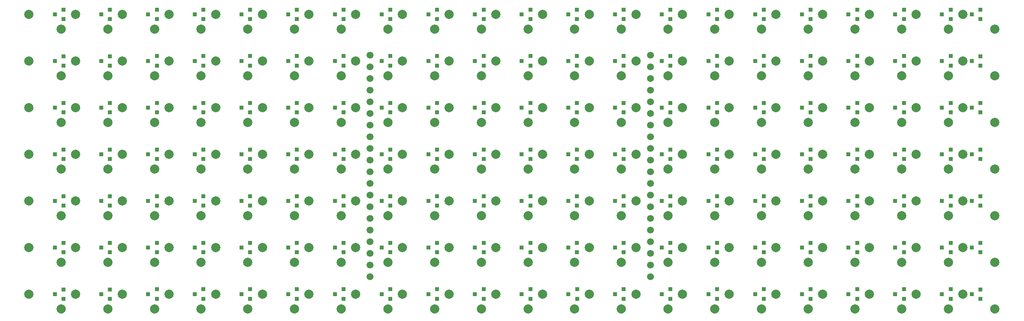
<source format=gts>
G04 #@! TF.GenerationSoftware,KiCad,Pcbnew,8.0.6-8.0.6-0~ubuntu24.04.1*
G04 #@! TF.CreationDate,2024-11-10T23:39:51-05:00*
G04 #@! TF.ProjectId,array,61727261-792e-46b6-9963-61645f706362,rev?*
G04 #@! TF.SameCoordinates,Original*
G04 #@! TF.FileFunction,Soldermask,Top*
G04 #@! TF.FilePolarity,Negative*
%FSLAX46Y46*%
G04 Gerber Fmt 4.6, Leading zero omitted, Abs format (unit mm)*
G04 Created by KiCad (PCBNEW 8.0.6-8.0.6-0~ubuntu24.04.1) date 2024-11-10 23:39:51*
%MOMM*%
%LPD*%
G01*
G04 APERTURE LIST*
%ADD10R,0.889000X0.812800*%
%ADD11C,1.500000*%
%ADD12C,2.000000*%
G04 APERTURE END LIST*
D10*
X168082499Y-92499999D03*
X168082499Y-90450001D03*
X166192500Y-91475000D03*
D11*
X123122500Y-107970000D03*
X123122500Y-105430000D03*
X123122500Y-102890000D03*
X123122500Y-100350000D03*
X123122500Y-97810000D03*
X123122500Y-95270000D03*
X123122500Y-92730000D03*
X123122500Y-90190000D03*
X123122500Y-87650000D03*
X123122500Y-85110000D03*
X123122500Y-82570000D03*
X123122500Y-80030000D03*
X123122500Y-77490000D03*
X123122500Y-74950000D03*
X123122500Y-72410000D03*
X123122500Y-69870000D03*
X123122500Y-67330000D03*
X123122500Y-64790000D03*
X123122500Y-62250000D03*
X123122500Y-59710000D03*
D10*
X208682499Y-61999999D03*
X208682499Y-59950001D03*
X206792500Y-60975000D03*
X107184999Y-82349999D03*
X107184999Y-80300001D03*
X105295000Y-81325000D03*
X168084999Y-112799999D03*
X168084999Y-110750001D03*
X166195000Y-111775000D03*
X208682499Y-92499999D03*
X208682499Y-90450001D03*
X206792500Y-91475000D03*
X56442499Y-82359999D03*
X56442499Y-80310001D03*
X54552500Y-81335000D03*
X56442499Y-92509999D03*
X56442499Y-90460001D03*
X54552500Y-91485000D03*
D12*
X69227500Y-50825000D03*
X69227500Y-60985000D03*
X69227500Y-71145000D03*
X69227500Y-81305000D03*
X69227500Y-91465000D03*
X69227500Y-101625000D03*
X69227500Y-111785000D03*
X76227500Y-54025000D03*
X76227500Y-64185000D03*
X76227500Y-74345000D03*
X76227500Y-84505000D03*
X76227500Y-94665000D03*
X76227500Y-104825000D03*
X76227500Y-114985000D03*
D10*
X117334999Y-72199999D03*
X117334999Y-70150001D03*
X115445000Y-71175000D03*
X255757499Y-102659999D03*
X255757499Y-100610001D03*
X253867500Y-101635000D03*
X239132499Y-51849999D03*
X239132499Y-49800001D03*
X237242500Y-50825000D03*
X218834999Y-112799999D03*
X218834999Y-110750001D03*
X216945000Y-111775000D03*
X56442499Y-62009999D03*
X56442499Y-59960001D03*
X54552500Y-60985000D03*
X137634999Y-92499999D03*
X137634999Y-90450001D03*
X135745000Y-91475000D03*
X76737499Y-112799999D03*
X76737499Y-110750001D03*
X74847500Y-111775000D03*
X239134999Y-112799999D03*
X239134999Y-110750001D03*
X237245000Y-111775000D03*
X255759999Y-82359999D03*
X255759999Y-80310001D03*
X253870000Y-81335000D03*
X97032499Y-102649999D03*
X97032499Y-100600001D03*
X95142500Y-101625000D03*
X147784999Y-82349999D03*
X147784999Y-80300001D03*
X145895000Y-81325000D03*
X56439999Y-102659999D03*
X56439999Y-100610001D03*
X54550000Y-101635000D03*
X86884999Y-82349999D03*
X86884999Y-80300001D03*
X84995000Y-81325000D03*
X198529999Y-102649999D03*
X198529999Y-100600001D03*
X196640000Y-101625000D03*
X208682499Y-82349999D03*
X208682499Y-80300001D03*
X206792500Y-81325000D03*
D12*
X119977500Y-50825000D03*
X119977500Y-60985000D03*
X119977500Y-71145000D03*
X119977500Y-81305000D03*
X119977500Y-91465000D03*
X119977500Y-101625000D03*
X119977500Y-111785000D03*
X126977500Y-54025000D03*
X126977500Y-64185000D03*
X126977500Y-74345000D03*
X126977500Y-84505000D03*
X126977500Y-94665000D03*
X126977500Y-104825000D03*
X126977500Y-114985000D03*
D10*
X97034999Y-61999999D03*
X97034999Y-59950001D03*
X95145000Y-60975000D03*
D12*
X48950000Y-50825000D03*
X48950000Y-60985000D03*
X48950000Y-71145000D03*
X48950000Y-81305000D03*
X48950000Y-91465000D03*
X48950000Y-101625000D03*
X48950000Y-111785000D03*
X55950000Y-54025000D03*
X55950000Y-64185000D03*
X55950000Y-74345000D03*
X55950000Y-84505000D03*
X55950000Y-94665000D03*
X55950000Y-104825000D03*
X55950000Y-114985000D03*
D10*
X76732499Y-102649999D03*
X76732499Y-100600001D03*
X74842500Y-101625000D03*
X208679999Y-102649999D03*
X208679999Y-100600001D03*
X206790000Y-101625000D03*
D12*
X251925000Y-50825000D03*
X251925000Y-60985000D03*
X251925000Y-71145000D03*
X251925000Y-81305000D03*
X251925000Y-91465000D03*
X251925000Y-101625000D03*
X251925000Y-111785000D03*
X258925000Y-54025000D03*
X258925000Y-64185000D03*
X258925000Y-74345000D03*
X258925000Y-84505000D03*
X258925000Y-94665000D03*
X258925000Y-104825000D03*
X258925000Y-114985000D03*
D10*
X137634999Y-61999999D03*
X137634999Y-59950001D03*
X135745000Y-60975000D03*
X239129999Y-102649999D03*
X239129999Y-100600001D03*
X237240000Y-101625000D03*
X66542499Y-82359999D03*
X66542499Y-80310001D03*
X64652500Y-81335000D03*
X255762499Y-112809999D03*
X255762499Y-110760001D03*
X253872500Y-111785000D03*
X228979999Y-102649999D03*
X228979999Y-100600001D03*
X227090000Y-101625000D03*
D12*
X140277500Y-50825000D03*
X140277500Y-60985000D03*
X140277500Y-71145000D03*
X140277500Y-81305000D03*
X140277500Y-91465000D03*
X140277500Y-101625000D03*
X140277500Y-111785000D03*
X147277500Y-54025000D03*
X147277500Y-64185000D03*
X147277500Y-74345000D03*
X147277500Y-84505000D03*
X147277500Y-94665000D03*
X147277500Y-104825000D03*
X147277500Y-114985000D03*
D10*
X249284999Y-112799999D03*
X249284999Y-110750001D03*
X247395000Y-111775000D03*
X168082499Y-61999999D03*
X168082499Y-59950001D03*
X166192500Y-60975000D03*
X249282499Y-82349999D03*
X249282499Y-80300001D03*
X247392500Y-81325000D03*
D12*
X160575000Y-50825000D03*
X160575000Y-60985000D03*
X160575000Y-71145000D03*
X160575000Y-81305000D03*
X160575000Y-91465000D03*
X160575000Y-101625000D03*
X160575000Y-111785000D03*
X167575000Y-54025000D03*
X167575000Y-64185000D03*
X167575000Y-74345000D03*
X167575000Y-84505000D03*
X167575000Y-94665000D03*
X167575000Y-104825000D03*
X167575000Y-114985000D03*
X130127500Y-50825000D03*
X130127500Y-60985000D03*
X130127500Y-71145000D03*
X130127500Y-81305000D03*
X130127500Y-91465000D03*
X130127500Y-101625000D03*
X130127500Y-111785000D03*
X137127500Y-54025000D03*
X137127500Y-64185000D03*
X137127500Y-74345000D03*
X137127500Y-84505000D03*
X137127500Y-94665000D03*
X137127500Y-104825000D03*
X137127500Y-114985000D03*
X79377500Y-50825000D03*
X79377500Y-60985000D03*
X79377500Y-71145000D03*
X79377500Y-81305000D03*
X79377500Y-91465000D03*
X79377500Y-101625000D03*
X79377500Y-111785000D03*
X86377500Y-54025000D03*
X86377500Y-64185000D03*
X86377500Y-74345000D03*
X86377500Y-84505000D03*
X86377500Y-94665000D03*
X86377500Y-104825000D03*
X86377500Y-114985000D03*
D10*
X117334999Y-92499999D03*
X117334999Y-90450001D03*
X115445000Y-91475000D03*
X178232499Y-82349999D03*
X178232499Y-80300001D03*
X176342500Y-81325000D03*
X127484999Y-51849999D03*
X127484999Y-49800001D03*
X125595000Y-50825000D03*
D12*
X211325000Y-50825000D03*
X211325000Y-60985000D03*
X211325000Y-71145000D03*
X211325000Y-81305000D03*
X211325000Y-91465000D03*
X211325000Y-101625000D03*
X211325000Y-111785000D03*
X218325000Y-54025000D03*
X218325000Y-64185000D03*
X218325000Y-74345000D03*
X218325000Y-84505000D03*
X218325000Y-94665000D03*
X218325000Y-104825000D03*
X218325000Y-114985000D03*
X180875000Y-50825000D03*
X180875000Y-60985000D03*
X180875000Y-71145000D03*
X180875000Y-81305000D03*
X180875000Y-91465000D03*
X180875000Y-101625000D03*
X180875000Y-111785000D03*
X187875000Y-54025000D03*
X187875000Y-64185000D03*
X187875000Y-74345000D03*
X187875000Y-84505000D03*
X187875000Y-94665000D03*
X187875000Y-104825000D03*
X187875000Y-114985000D03*
D10*
X198532499Y-82349999D03*
X198532499Y-80300001D03*
X196642500Y-81325000D03*
X117332499Y-102649999D03*
X117332499Y-100600001D03*
X115442500Y-101625000D03*
X86884999Y-72199999D03*
X86884999Y-70150001D03*
X84995000Y-71175000D03*
D12*
X241775000Y-50825000D03*
X241775000Y-60985000D03*
X241775000Y-71145000D03*
X241775000Y-81305000D03*
X241775000Y-91465000D03*
X241775000Y-101625000D03*
X241775000Y-111785000D03*
X248775000Y-54025000D03*
X248775000Y-64185000D03*
X248775000Y-74345000D03*
X248775000Y-84505000D03*
X248775000Y-94665000D03*
X248775000Y-104825000D03*
X248775000Y-114985000D03*
D10*
X249282499Y-92499999D03*
X249282499Y-90450001D03*
X247392500Y-91475000D03*
X249282499Y-61999999D03*
X249282499Y-59950001D03*
X247392500Y-60975000D03*
D12*
X109827500Y-50825000D03*
X109827500Y-60985000D03*
X109827500Y-71145000D03*
X109827500Y-81305000D03*
X109827500Y-91465000D03*
X109827500Y-101625000D03*
X109827500Y-111785000D03*
X116827500Y-54025000D03*
X116827500Y-64185000D03*
X116827500Y-74345000D03*
X116827500Y-84505000D03*
X116827500Y-94665000D03*
X116827500Y-104825000D03*
X116827500Y-114985000D03*
D10*
X228982499Y-61999999D03*
X228982499Y-59950001D03*
X227092500Y-60975000D03*
X86887499Y-112799999D03*
X86887499Y-110750001D03*
X84997500Y-111775000D03*
D12*
X59100000Y-50825000D03*
X59100000Y-60985000D03*
X59100000Y-71145000D03*
X59100000Y-81305000D03*
X59100000Y-91465000D03*
X59100000Y-101625000D03*
X59100000Y-111785000D03*
X66100000Y-54025000D03*
X66100000Y-64185000D03*
X66100000Y-74345000D03*
X66100000Y-84505000D03*
X66100000Y-94665000D03*
X66100000Y-104825000D03*
X66100000Y-114985000D03*
D10*
X188382499Y-82349999D03*
X188382499Y-80300001D03*
X186492500Y-81325000D03*
X249282499Y-72199999D03*
X249282499Y-70150001D03*
X247392500Y-71175000D03*
X147784999Y-72199999D03*
X147784999Y-70150001D03*
X145895000Y-71175000D03*
X107187499Y-112799999D03*
X107187499Y-110750001D03*
X105297500Y-111775000D03*
X66544999Y-112809999D03*
X66544999Y-110760001D03*
X64655000Y-111785000D03*
X76734999Y-72199999D03*
X76734999Y-70150001D03*
X74845000Y-71175000D03*
X157929999Y-102649999D03*
X157929999Y-100600001D03*
X156040000Y-101625000D03*
X157932499Y-51849999D03*
X157932499Y-49800001D03*
X156042500Y-50825000D03*
X198532499Y-61999999D03*
X198532499Y-59950001D03*
X196642500Y-60975000D03*
X147784999Y-61999999D03*
X147784999Y-59950001D03*
X145895000Y-60975000D03*
X97034999Y-72199999D03*
X97034999Y-70150001D03*
X95145000Y-71175000D03*
X218832499Y-61999999D03*
X218832499Y-59950001D03*
X216942500Y-60975000D03*
X127484999Y-61999999D03*
X127484999Y-59950001D03*
X125595000Y-60975000D03*
X178232499Y-51849999D03*
X178232499Y-49800001D03*
X176342500Y-50825000D03*
D12*
X99677500Y-50825000D03*
X99677500Y-60985000D03*
X99677500Y-71145000D03*
X99677500Y-81305000D03*
X99677500Y-91465000D03*
X99677500Y-101625000D03*
X99677500Y-111785000D03*
X106677500Y-54025000D03*
X106677500Y-64185000D03*
X106677500Y-74345000D03*
X106677500Y-84505000D03*
X106677500Y-94665000D03*
X106677500Y-104825000D03*
X106677500Y-114985000D03*
D10*
X218832499Y-82349999D03*
X218832499Y-80300001D03*
X216942500Y-81325000D03*
X127484999Y-92499999D03*
X127484999Y-90450001D03*
X125595000Y-91475000D03*
X239132499Y-82349999D03*
X239132499Y-80300001D03*
X237242500Y-81325000D03*
X228982499Y-82349999D03*
X228982499Y-80300001D03*
X227092500Y-81325000D03*
X66542499Y-62009999D03*
X66542499Y-59960001D03*
X64652500Y-60985000D03*
X56442499Y-51859999D03*
X56442499Y-49810001D03*
X54552500Y-50835000D03*
D12*
X231625000Y-50825000D03*
X231625000Y-60985000D03*
X231625000Y-71145000D03*
X231625000Y-81305000D03*
X231625000Y-91465000D03*
X231625000Y-101625000D03*
X231625000Y-111785000D03*
X238625000Y-54025000D03*
X238625000Y-64185000D03*
X238625000Y-74345000D03*
X238625000Y-84505000D03*
X238625000Y-94665000D03*
X238625000Y-104825000D03*
X238625000Y-114985000D03*
D10*
X66539999Y-102659999D03*
X66539999Y-100610001D03*
X64650000Y-101635000D03*
D12*
X89527500Y-50825000D03*
X89527500Y-60985000D03*
X89527500Y-71145000D03*
X89527500Y-81305000D03*
X89527500Y-91465000D03*
X89527500Y-101625000D03*
X89527500Y-111785000D03*
X96527500Y-54025000D03*
X96527500Y-64185000D03*
X96527500Y-74345000D03*
X96527500Y-84505000D03*
X96527500Y-94665000D03*
X96527500Y-104825000D03*
X96527500Y-114985000D03*
D10*
X188384999Y-112799999D03*
X188384999Y-110750001D03*
X186495000Y-111775000D03*
X117334999Y-61999999D03*
X117334999Y-59950001D03*
X115445000Y-60975000D03*
X66542499Y-72209999D03*
X66542499Y-70160001D03*
X64652500Y-71185000D03*
D12*
X170725000Y-50825000D03*
X170725000Y-60985000D03*
X170725000Y-71145000D03*
X170725000Y-81305000D03*
X170725000Y-91465000D03*
X170725000Y-101625000D03*
X170725000Y-111785000D03*
X177725000Y-54025000D03*
X177725000Y-64185000D03*
X177725000Y-74345000D03*
X177725000Y-84505000D03*
X177725000Y-94665000D03*
X177725000Y-104825000D03*
X177725000Y-114985000D03*
D10*
X208684999Y-112799999D03*
X208684999Y-110750001D03*
X206795000Y-111775000D03*
X188382499Y-51849999D03*
X188382499Y-49800001D03*
X186492500Y-50825000D03*
X86884999Y-51849999D03*
X86884999Y-49800001D03*
X84995000Y-50825000D03*
X76734999Y-92499999D03*
X76734999Y-90450001D03*
X74845000Y-91475000D03*
X86882499Y-102649999D03*
X86882499Y-100600001D03*
X84992500Y-101625000D03*
X76734999Y-51849999D03*
X76734999Y-49800001D03*
X74845000Y-50825000D03*
X157934999Y-112799999D03*
X157934999Y-110750001D03*
X156045000Y-111775000D03*
X168079999Y-102649999D03*
X168079999Y-100600001D03*
X166190000Y-101625000D03*
X157932499Y-82349999D03*
X157932499Y-80300001D03*
X156042500Y-81325000D03*
D12*
X191025000Y-50825000D03*
X191025000Y-60985000D03*
X191025000Y-71145000D03*
X191025000Y-81305000D03*
X191025000Y-91465000D03*
X191025000Y-101625000D03*
X191025000Y-111785000D03*
X198025000Y-54025000D03*
X198025000Y-64185000D03*
X198025000Y-74345000D03*
X198025000Y-84505000D03*
X198025000Y-94665000D03*
X198025000Y-104825000D03*
X198025000Y-114985000D03*
D10*
X127482499Y-102649999D03*
X127482499Y-100600001D03*
X125592500Y-101625000D03*
X198532499Y-72199999D03*
X198532499Y-70150001D03*
X196642500Y-71175000D03*
X157932499Y-72199999D03*
X157932499Y-70150001D03*
X156042500Y-71175000D03*
X137632499Y-102649999D03*
X137632499Y-100600001D03*
X135742500Y-101625000D03*
X107184999Y-92499999D03*
X107184999Y-90450001D03*
X105295000Y-91475000D03*
X86884999Y-61999999D03*
X86884999Y-59950001D03*
X84995000Y-60975000D03*
X198532499Y-92499999D03*
X198532499Y-90450001D03*
X196642500Y-91475000D03*
X127484999Y-72199999D03*
X127484999Y-70150001D03*
X125595000Y-71175000D03*
X255759999Y-72209999D03*
X255759999Y-70160001D03*
X253870000Y-71185000D03*
X208682499Y-51849999D03*
X208682499Y-49800001D03*
X206792500Y-50825000D03*
X249282499Y-51849999D03*
X249282499Y-49800001D03*
X247392500Y-50825000D03*
X127484999Y-82349999D03*
X127484999Y-80300001D03*
X125595000Y-81325000D03*
X178234999Y-112799999D03*
X178234999Y-110750001D03*
X176345000Y-111775000D03*
X107184999Y-61999999D03*
X107184999Y-59950001D03*
X105295000Y-60975000D03*
X228982499Y-51849999D03*
X228982499Y-49800001D03*
X227092500Y-50825000D03*
D12*
X150425000Y-50825000D03*
X150425000Y-60985000D03*
X150425000Y-71145000D03*
X150425000Y-81305000D03*
X150425000Y-91465000D03*
X150425000Y-101625000D03*
X150425000Y-111785000D03*
X157425000Y-54025000D03*
X157425000Y-64185000D03*
X157425000Y-74345000D03*
X157425000Y-84505000D03*
X157425000Y-94665000D03*
X157425000Y-104825000D03*
X157425000Y-114985000D03*
D11*
X184022500Y-59710000D03*
X184022500Y-62250000D03*
X184022500Y-64790000D03*
X184022500Y-67330000D03*
X184022500Y-69870000D03*
X184022500Y-72410000D03*
X184022500Y-74950000D03*
X184022500Y-77490000D03*
X184022500Y-80030000D03*
X184022500Y-82570000D03*
X184022500Y-85110000D03*
X184022500Y-87650000D03*
X184022500Y-90190000D03*
X184022500Y-92730000D03*
X184022500Y-95270000D03*
X184022500Y-97810000D03*
X184022500Y-100350000D03*
X184022500Y-102890000D03*
X184022500Y-105430000D03*
X184022500Y-107970000D03*
D10*
X137634999Y-72199999D03*
X137634999Y-70150001D03*
X135745000Y-71175000D03*
X218832499Y-51849999D03*
X218832499Y-49800001D03*
X216942500Y-50825000D03*
X178232499Y-72199999D03*
X178232499Y-70150001D03*
X176342500Y-71175000D03*
X255759999Y-62009999D03*
X255759999Y-59960001D03*
X253870000Y-60985000D03*
X255759999Y-92509999D03*
X255759999Y-90460001D03*
X253870000Y-91485000D03*
X228982499Y-92499999D03*
X228982499Y-90450001D03*
X227092500Y-91475000D03*
X255759999Y-51859999D03*
X255759999Y-49810001D03*
X253870000Y-50835000D03*
X218832499Y-92499999D03*
X218832499Y-90450001D03*
X216942500Y-91475000D03*
X147782499Y-102649999D03*
X147782499Y-100600001D03*
X145892500Y-101625000D03*
X137634999Y-82349999D03*
X137634999Y-80300001D03*
X135745000Y-81325000D03*
X218829999Y-102649999D03*
X218829999Y-100600001D03*
X216940000Y-101625000D03*
X66542499Y-51859999D03*
X66542499Y-49810001D03*
X64652500Y-50835000D03*
X127487499Y-112799999D03*
X127487499Y-110750001D03*
X125597500Y-111775000D03*
X117334999Y-51849999D03*
X117334999Y-49800001D03*
X115445000Y-50825000D03*
X107184999Y-72199999D03*
X107184999Y-70150001D03*
X105295000Y-71175000D03*
X137634999Y-51849999D03*
X137634999Y-49800001D03*
X135745000Y-50825000D03*
X249279999Y-102649999D03*
X249279999Y-100600001D03*
X247390000Y-101625000D03*
X117337499Y-112799999D03*
X117337499Y-110750001D03*
X115447500Y-111775000D03*
X218832499Y-72199999D03*
X218832499Y-70150001D03*
X216942500Y-71175000D03*
X157932499Y-61999999D03*
X157932499Y-59950001D03*
X156042500Y-60975000D03*
X188382499Y-61999999D03*
X188382499Y-59950001D03*
X186492500Y-60975000D03*
X198534999Y-112799999D03*
X198534999Y-110750001D03*
X196645000Y-111775000D03*
X239132499Y-72199999D03*
X239132499Y-70150001D03*
X237242500Y-71175000D03*
X66542499Y-92509999D03*
X66542499Y-90460001D03*
X64652500Y-91485000D03*
X86884999Y-92499999D03*
X86884999Y-90450001D03*
X84995000Y-91475000D03*
X228982499Y-72199999D03*
X228982499Y-70150001D03*
X227092500Y-71175000D03*
D12*
X201175000Y-50825000D03*
X201175000Y-60985000D03*
X201175000Y-71145000D03*
X201175000Y-81305000D03*
X201175000Y-91465000D03*
X201175000Y-101625000D03*
X201175000Y-111785000D03*
X208175000Y-54025000D03*
X208175000Y-64185000D03*
X208175000Y-74345000D03*
X208175000Y-84505000D03*
X208175000Y-94665000D03*
X208175000Y-104825000D03*
X208175000Y-114985000D03*
D10*
X178229999Y-102649999D03*
X178229999Y-100600001D03*
X176340000Y-101625000D03*
X56444999Y-112809999D03*
X56444999Y-110760001D03*
X54555000Y-111785000D03*
X117334999Y-82349999D03*
X117334999Y-80300001D03*
X115445000Y-81325000D03*
D12*
X221475000Y-50825000D03*
X221475000Y-60985000D03*
X221475000Y-71145000D03*
X221475000Y-81305000D03*
X221475000Y-91465000D03*
X221475000Y-101625000D03*
X221475000Y-111785000D03*
X228475000Y-54025000D03*
X228475000Y-64185000D03*
X228475000Y-74345000D03*
X228475000Y-84505000D03*
X228475000Y-94665000D03*
X228475000Y-104825000D03*
X228475000Y-114985000D03*
D10*
X188382499Y-72199999D03*
X188382499Y-70150001D03*
X186492500Y-71175000D03*
X228984999Y-112799999D03*
X228984999Y-110750001D03*
X227095000Y-111775000D03*
X97034999Y-82349999D03*
X97034999Y-80300001D03*
X95145000Y-81325000D03*
X188379999Y-102649999D03*
X188379999Y-100600001D03*
X186490000Y-101625000D03*
X188382499Y-92499999D03*
X188382499Y-90450001D03*
X186492500Y-91475000D03*
X208682499Y-72199999D03*
X208682499Y-70150001D03*
X206792500Y-71175000D03*
X97034999Y-51849999D03*
X97034999Y-49800001D03*
X95145000Y-50825000D03*
X168082499Y-72199999D03*
X168082499Y-70150001D03*
X166192500Y-71175000D03*
X97034999Y-92499999D03*
X97034999Y-90450001D03*
X95145000Y-91475000D03*
X147787499Y-112799999D03*
X147787499Y-110750001D03*
X145897500Y-111775000D03*
X107182499Y-102649999D03*
X107182499Y-100600001D03*
X105292500Y-101625000D03*
X56442499Y-72209999D03*
X56442499Y-70160001D03*
X54552500Y-71185000D03*
X168082499Y-51849999D03*
X168082499Y-49800001D03*
X166192500Y-50825000D03*
X168082499Y-82349999D03*
X168082499Y-80300001D03*
X166192500Y-81325000D03*
X137637499Y-112799999D03*
X137637499Y-110750001D03*
X135747500Y-111775000D03*
X107184999Y-51849999D03*
X107184999Y-49800001D03*
X105295000Y-50825000D03*
X178232499Y-61999999D03*
X178232499Y-59950001D03*
X176342500Y-60975000D03*
X76734999Y-61999999D03*
X76734999Y-59950001D03*
X74845000Y-60975000D03*
X147784999Y-51849999D03*
X147784999Y-49800001D03*
X145895000Y-50825000D03*
X239132499Y-61999999D03*
X239132499Y-59950001D03*
X237242500Y-60975000D03*
X239132499Y-92499999D03*
X239132499Y-90450001D03*
X237242500Y-91475000D03*
X147784999Y-92499999D03*
X147784999Y-90450001D03*
X145895000Y-91475000D03*
X198532499Y-51849999D03*
X198532499Y-49800001D03*
X196642500Y-50825000D03*
X76734999Y-82349999D03*
X76734999Y-80300001D03*
X74845000Y-81325000D03*
X97037499Y-112799999D03*
X97037499Y-110750001D03*
X95147500Y-111775000D03*
X157932499Y-92499999D03*
X157932499Y-90450001D03*
X156042500Y-91475000D03*
X178232499Y-92499999D03*
X178232499Y-90450001D03*
X176342500Y-91475000D03*
M02*

</source>
